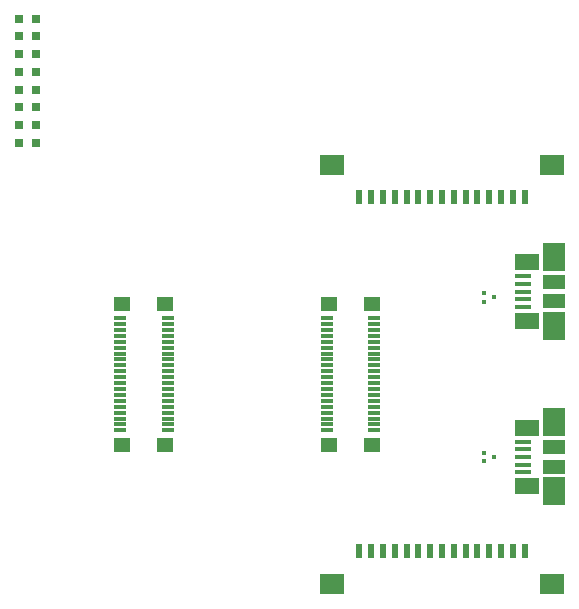
<source format=gbr>
G04 #@! TF.GenerationSoftware,KiCad,Pcbnew,5.1.4+dfsg1-1~bpo9+1*
G04 #@! TF.CreationDate,2019-11-25T12:29:00+01:00*
G04 #@! TF.ProjectId,zglue-demo-board,7a676c75-652d-4646-956d-6f2d626f6172,rev?*
G04 #@! TF.SameCoordinates,Original*
G04 #@! TF.FileFunction,Paste,Top*
G04 #@! TF.FilePolarity,Positive*
%FSLAX46Y46*%
G04 Gerber Fmt 4.6, Leading zero omitted, Abs format (unit mm)*
G04 Created by KiCad (PCBNEW 5.1.4+dfsg1-1~bpo9+1) date 2019-11-25 12:29:00*
%MOMM*%
%LPD*%
G04 APERTURE LIST*
%ADD10R,0.800000X0.800000*%
%ADD11R,0.600000X1.300000*%
%ADD12R,2.000000X1.800000*%
%ADD13R,0.300000X0.300000*%
%ADD14R,1.100000X0.300000*%
%ADD15R,1.320000X1.300000*%
%ADD16R,1.380000X0.450000*%
%ADD17R,2.100000X1.475000*%
%ADD18R,1.900000X1.175000*%
%ADD19R,1.900000X2.375000*%
G04 APERTURE END LIST*
D10*
X10150000Y-8900000D03*
X8650000Y-8900000D03*
D11*
X44500000Y-18000000D03*
X45500000Y-18000000D03*
X46500000Y-18000000D03*
X47500000Y-18000000D03*
X48500000Y-18000000D03*
X49500000Y-18000000D03*
X50500000Y-18000000D03*
X51500000Y-18000000D03*
X43500000Y-18000000D03*
X42500000Y-18000000D03*
X41500000Y-18000000D03*
X40500000Y-18000000D03*
X39500000Y-18000000D03*
X38500000Y-18000000D03*
X37500000Y-18000000D03*
D12*
X35200000Y-15250000D03*
X53800000Y-15250000D03*
D10*
X8650000Y-10400000D03*
X10150000Y-10400000D03*
X8650000Y-13400000D03*
X10150000Y-13400000D03*
X10150000Y-5900000D03*
X8650000Y-5900000D03*
X8650000Y-7400000D03*
X10150000Y-7400000D03*
X10150000Y-4400000D03*
X8650000Y-4400000D03*
X8650000Y-11900000D03*
X10150000Y-11900000D03*
X8650000Y-2900000D03*
X10150000Y-2900000D03*
D11*
X44500000Y-48000000D03*
X43500000Y-48000000D03*
X42500000Y-48000000D03*
X41500000Y-48000000D03*
X40500000Y-48000000D03*
X39500000Y-48000000D03*
X38500000Y-48000000D03*
X37500000Y-48000000D03*
X45500000Y-48000000D03*
X46500000Y-48000000D03*
X47500000Y-48000000D03*
X48500000Y-48000000D03*
X49500000Y-48000000D03*
X50500000Y-48000000D03*
X51500000Y-48000000D03*
D12*
X53800000Y-50750000D03*
X35200000Y-50750000D03*
D13*
X48075000Y-26150000D03*
X48925000Y-26500000D03*
X48075000Y-26850000D03*
D14*
X17253780Y-37752000D03*
X17253780Y-37252000D03*
X17253780Y-36752000D03*
X17253780Y-36252000D03*
X17253780Y-35752000D03*
X17253780Y-35252000D03*
X17253780Y-34752000D03*
X17253780Y-34252000D03*
X17253780Y-33752000D03*
X17253780Y-33252000D03*
X17253780Y-32752000D03*
X17253780Y-32252000D03*
X17253780Y-31752000D03*
X17253780Y-31252000D03*
X17253780Y-30752000D03*
X17253780Y-30252000D03*
X17253780Y-29752000D03*
X17253780Y-29252000D03*
X17253780Y-28752000D03*
X17253780Y-28252000D03*
X21272880Y-37752000D03*
X21272880Y-37252000D03*
X21272880Y-36752000D03*
X21272880Y-36252000D03*
X21272880Y-35752000D03*
X21272880Y-35252000D03*
X21272880Y-34752000D03*
X21272880Y-34252000D03*
X21272880Y-33752000D03*
X21272880Y-33252000D03*
X21272880Y-32752000D03*
X21272880Y-32252000D03*
X21272880Y-31752000D03*
X21272880Y-31252000D03*
X21272880Y-30752000D03*
X21272880Y-30252000D03*
X21272880Y-29752000D03*
X21272880Y-29252000D03*
X21272880Y-28752000D03*
X21272880Y-28252000D03*
D15*
X17441740Y-38958500D03*
X21082380Y-38953420D03*
X17441740Y-27050980D03*
X21082380Y-27050980D03*
D14*
X34753780Y-37752000D03*
X34753780Y-37252000D03*
X34753780Y-36752000D03*
X34753780Y-36252000D03*
X34753780Y-35752000D03*
X34753780Y-35252000D03*
X34753780Y-34752000D03*
X34753780Y-34252000D03*
X34753780Y-33752000D03*
X34753780Y-33252000D03*
X34753780Y-32752000D03*
X34753780Y-32252000D03*
X34753780Y-31752000D03*
X34753780Y-31252000D03*
X34753780Y-30752000D03*
X34753780Y-30252000D03*
X34753780Y-29752000D03*
X34753780Y-29252000D03*
X34753780Y-28752000D03*
X34753780Y-28252000D03*
X38772880Y-37752000D03*
X38772880Y-37252000D03*
X38772880Y-36752000D03*
X38772880Y-36252000D03*
X38772880Y-35752000D03*
X38772880Y-35252000D03*
X38772880Y-34752000D03*
X38772880Y-34252000D03*
X38772880Y-33752000D03*
X38772880Y-33252000D03*
X38772880Y-32752000D03*
X38772880Y-32252000D03*
X38772880Y-31752000D03*
X38772880Y-31252000D03*
X38772880Y-30752000D03*
X38772880Y-30252000D03*
X38772880Y-29752000D03*
X38772880Y-29252000D03*
X38772880Y-28752000D03*
X38772880Y-28252000D03*
D15*
X34941740Y-38958500D03*
X38582380Y-38953420D03*
X34941740Y-27050980D03*
X38582380Y-27050980D03*
D13*
X48075000Y-39650000D03*
X48925000Y-40000000D03*
X48075000Y-40350000D03*
D16*
X51340000Y-38700000D03*
X51340000Y-39350000D03*
X51340000Y-40000000D03*
X51340000Y-40650000D03*
X51340000Y-41300000D03*
D17*
X51700000Y-42462500D03*
D18*
X54000000Y-40837500D03*
D19*
X54000000Y-37087500D03*
X54000000Y-42912500D03*
D18*
X54000000Y-39162500D03*
D17*
X51700000Y-37537500D03*
X51700000Y-23537500D03*
D18*
X54000000Y-25162500D03*
D19*
X54000000Y-28912500D03*
X54000000Y-23087500D03*
D18*
X54000000Y-26837500D03*
D17*
X51700000Y-28462500D03*
D16*
X51340000Y-27300000D03*
X51340000Y-26650000D03*
X51340000Y-26000000D03*
X51340000Y-25350000D03*
X51340000Y-24700000D03*
M02*

</source>
